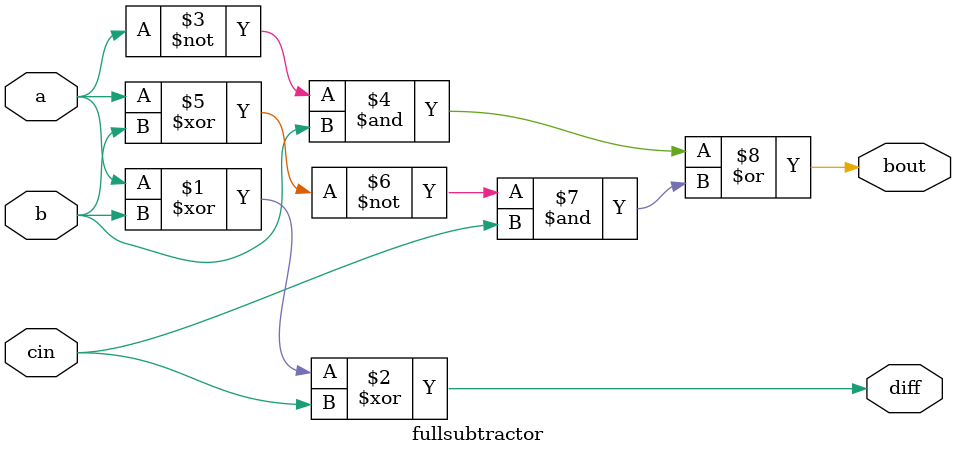
<source format=sv>
`timescale 1ns / 1ps

module fullsubtractor( input a,b,cin,
output diff, bout );//bout is borrw and diff is difference

assign diff = a ^ b ^ cin;     // Difference calculation
assign bout = (~a & b) | ((~(a ^ b)) & cin);

endmodule

</source>
